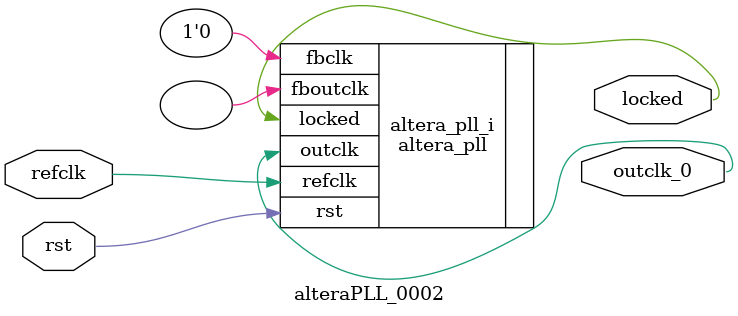
<source format=v>
`timescale 1ns/10ps
module  alteraPLL_0002(

	// interface 'refclk'
	input wire refclk,

	// interface 'reset'
	input wire rst,

	// interface 'outclk0'
	output wire outclk_0,

	// interface 'locked'
	output wire locked
);

	altera_pll #(
		.fractional_vco_multiplier("false"),
		.reference_clock_frequency("50.0 MHz"),
		.operation_mode("normal"),
		.number_of_clocks(1),
		.output_clock_frequency0("25.000000 MHz"),
		.phase_shift0("0 ps"),
		.duty_cycle0(50),
		.output_clock_frequency1("0 MHz"),
		.phase_shift1("0 ps"),
		.duty_cycle1(50),
		.output_clock_frequency2("0 MHz"),
		.phase_shift2("0 ps"),
		.duty_cycle2(50),
		.output_clock_frequency3("0 MHz"),
		.phase_shift3("0 ps"),
		.duty_cycle3(50),
		.output_clock_frequency4("0 MHz"),
		.phase_shift4("0 ps"),
		.duty_cycle4(50),
		.output_clock_frequency5("0 MHz"),
		.phase_shift5("0 ps"),
		.duty_cycle5(50),
		.output_clock_frequency6("0 MHz"),
		.phase_shift6("0 ps"),
		.duty_cycle6(50),
		.output_clock_frequency7("0 MHz"),
		.phase_shift7("0 ps"),
		.duty_cycle7(50),
		.output_clock_frequency8("0 MHz"),
		.phase_shift8("0 ps"),
		.duty_cycle8(50),
		.output_clock_frequency9("0 MHz"),
		.phase_shift9("0 ps"),
		.duty_cycle9(50),
		.output_clock_frequency10("0 MHz"),
		.phase_shift10("0 ps"),
		.duty_cycle10(50),
		.output_clock_frequency11("0 MHz"),
		.phase_shift11("0 ps"),
		.duty_cycle11(50),
		.output_clock_frequency12("0 MHz"),
		.phase_shift12("0 ps"),
		.duty_cycle12(50),
		.output_clock_frequency13("0 MHz"),
		.phase_shift13("0 ps"),
		.duty_cycle13(50),
		.output_clock_frequency14("0 MHz"),
		.phase_shift14("0 ps"),
		.duty_cycle14(50),
		.output_clock_frequency15("0 MHz"),
		.phase_shift15("0 ps"),
		.duty_cycle15(50),
		.output_clock_frequency16("0 MHz"),
		.phase_shift16("0 ps"),
		.duty_cycle16(50),
		.output_clock_frequency17("0 MHz"),
		.phase_shift17("0 ps"),
		.duty_cycle17(50),
		.pll_type("General"),
		.pll_subtype("General")
	) altera_pll_i (
		.rst	(rst),
		.outclk	({outclk_0}),
		.locked	(locked),
		.fboutclk	( ),
		.fbclk	(1'b0),
		.refclk	(refclk)
	);
endmodule


</source>
